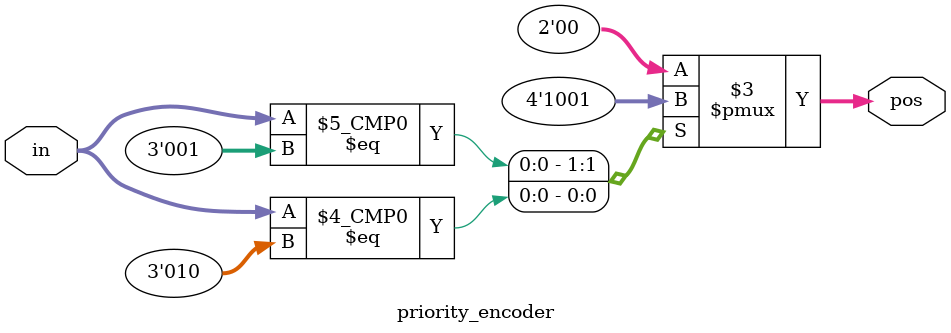
<source format=v>
module priority_encoder( 
input [2:0] in,
output reg [1:0] pos ); 
// When sel=1, assign b to out
 
always @ (in)
 casex (in)
 
0 : pos=2'b00;
// concatenate 00 (zero) on the output if none of the input were high
 
1 : pos=2'b10;
// same with 01 (one) 
 
2 : pos=2'b01;
 
default : pos=2'b00;
 
endcase
 
endmodule

</source>
